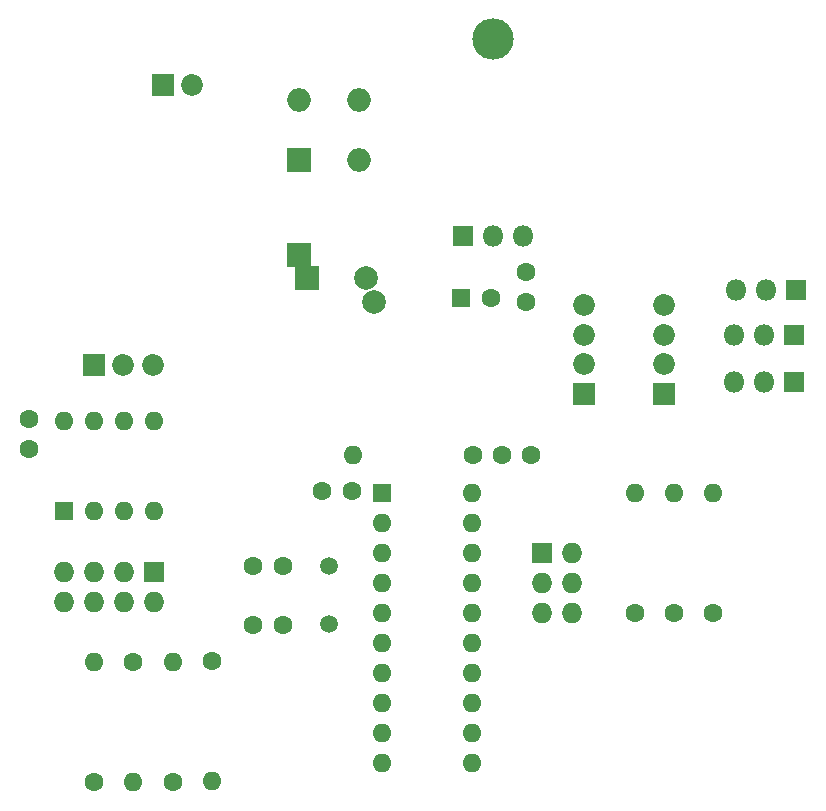
<source format=gbr>
G04 #@! TF.FileFunction,Soldermask,Bot*
%FSLAX46Y46*%
G04 Gerber Fmt 4.6, Leading zero omitted, Abs format (unit mm)*
G04 Created by KiCad (PCBNEW 4.0.7) date 03/17/18 14:29:31*
%MOMM*%
%LPD*%
G01*
G04 APERTURE LIST*
%ADD10C,0.100000*%
%ADD11R,1.850000X1.850000*%
%ADD12C,1.850000*%
%ADD13R,1.727200X1.727200*%
%ADD14O,1.727200X1.727200*%
%ADD15C,1.600000*%
%ADD16R,2.000000X2.000000*%
%ADD17C,2.000000*%
%ADD18R,1.600000X1.600000*%
%ADD19O,2.000000X2.000000*%
%ADD20O,1.600000X1.600000*%
%ADD21O,3.500000X3.500000*%
%ADD22R,1.800000X1.800000*%
%ADD23O,1.800000X1.800000*%
%ADD24C,1.500000*%
G04 APERTURE END LIST*
D10*
D11*
X211836000Y-99314000D03*
D12*
X211836000Y-96814000D03*
X211836000Y-94314000D03*
X211836000Y-91814000D03*
D13*
X168656000Y-114427000D03*
D14*
X168656000Y-116967000D03*
X166116000Y-114427000D03*
X166116000Y-116967000D03*
X163576000Y-114427000D03*
X163576000Y-116967000D03*
X161036000Y-114427000D03*
X161036000Y-116967000D03*
D15*
X179578000Y-113919000D03*
X177078000Y-113919000D03*
X179578000Y-118872000D03*
X177078000Y-118872000D03*
X185420000Y-107569000D03*
X182920000Y-107569000D03*
X198120000Y-104521000D03*
X200620000Y-104521000D03*
D16*
X181610000Y-89535000D03*
D17*
X186610000Y-89535000D03*
D16*
X180937856Y-87535000D03*
D17*
X187282144Y-91535000D03*
D18*
X194691000Y-91186000D03*
D15*
X197191000Y-91186000D03*
X200152000Y-89027000D03*
X200152000Y-91527000D03*
X158115000Y-101473000D03*
X158115000Y-103973000D03*
D19*
X180975000Y-74422000D03*
X186055000Y-79502000D03*
X186055000Y-74422000D03*
D16*
X180975000Y-79502000D03*
D11*
X169418000Y-73152000D03*
D12*
X171918000Y-73152000D03*
D13*
X201549000Y-112776000D03*
D14*
X204089000Y-112776000D03*
X201549000Y-115316000D03*
X204089000Y-115316000D03*
X201549000Y-117856000D03*
X204089000Y-117856000D03*
D11*
X163576000Y-96901000D03*
D12*
X166076000Y-96901000D03*
X168576000Y-96901000D03*
D11*
X205105000Y-99314000D03*
D12*
X205105000Y-96814000D03*
X205105000Y-94314000D03*
X205105000Y-91814000D03*
D15*
X166878000Y-122047000D03*
D20*
X166878000Y-132207000D03*
D15*
X173609000Y-121920000D03*
D20*
X173609000Y-132080000D03*
D15*
X195707000Y-104521000D03*
D20*
X185547000Y-104521000D03*
D15*
X170307000Y-132207000D03*
D20*
X170307000Y-122047000D03*
D15*
X163576000Y-132207000D03*
D20*
X163576000Y-122047000D03*
D15*
X216027000Y-117856000D03*
D20*
X216027000Y-107696000D03*
D15*
X212725000Y-117856000D03*
D20*
X212725000Y-107696000D03*
D15*
X209423000Y-117856000D03*
D20*
X209423000Y-107696000D03*
D18*
X187960000Y-107696000D03*
D20*
X195580000Y-130556000D03*
X187960000Y-110236000D03*
X195580000Y-128016000D03*
X187960000Y-112776000D03*
X195580000Y-125476000D03*
X187960000Y-115316000D03*
X195580000Y-122936000D03*
X187960000Y-117856000D03*
X195580000Y-120396000D03*
X187960000Y-120396000D03*
X195580000Y-117856000D03*
X187960000Y-122936000D03*
X195580000Y-115316000D03*
X187960000Y-125476000D03*
X195580000Y-112776000D03*
X187960000Y-128016000D03*
X195580000Y-110236000D03*
X187960000Y-130556000D03*
X195580000Y-107696000D03*
D21*
X197358000Y-69319000D03*
D22*
X194818000Y-85979000D03*
D23*
X197358000Y-85979000D03*
X199898000Y-85979000D03*
D24*
X183515000Y-113919000D03*
X183515000Y-118799000D03*
D18*
X161036000Y-109220000D03*
D20*
X168656000Y-101600000D03*
X163576000Y-109220000D03*
X166116000Y-101600000D03*
X166116000Y-109220000D03*
X163576000Y-101600000D03*
X168656000Y-109220000D03*
X161036000Y-101600000D03*
D22*
X222885000Y-98298000D03*
D23*
X220345000Y-98298000D03*
X217805000Y-98298000D03*
D22*
X222885000Y-94361000D03*
D23*
X220345000Y-94361000D03*
X217805000Y-94361000D03*
D22*
X223012000Y-90551000D03*
D23*
X220472000Y-90551000D03*
X217932000Y-90551000D03*
M02*

</source>
